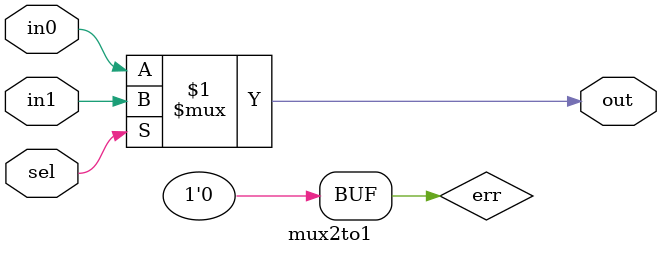
<source format=v>


module mux2to1(out, in1, in0, sel);

    output out;
    input in0,in1,sel;

		// Signals for clkrst module
    wire clk;
    wire rst;
    wire err;
    assign err = 1'b0;

	clkrst c0(.clk(clk),
              .rst(rst),
              .err(err));
    assign  out = sel ? in1 : in0;
endmodule
</source>
